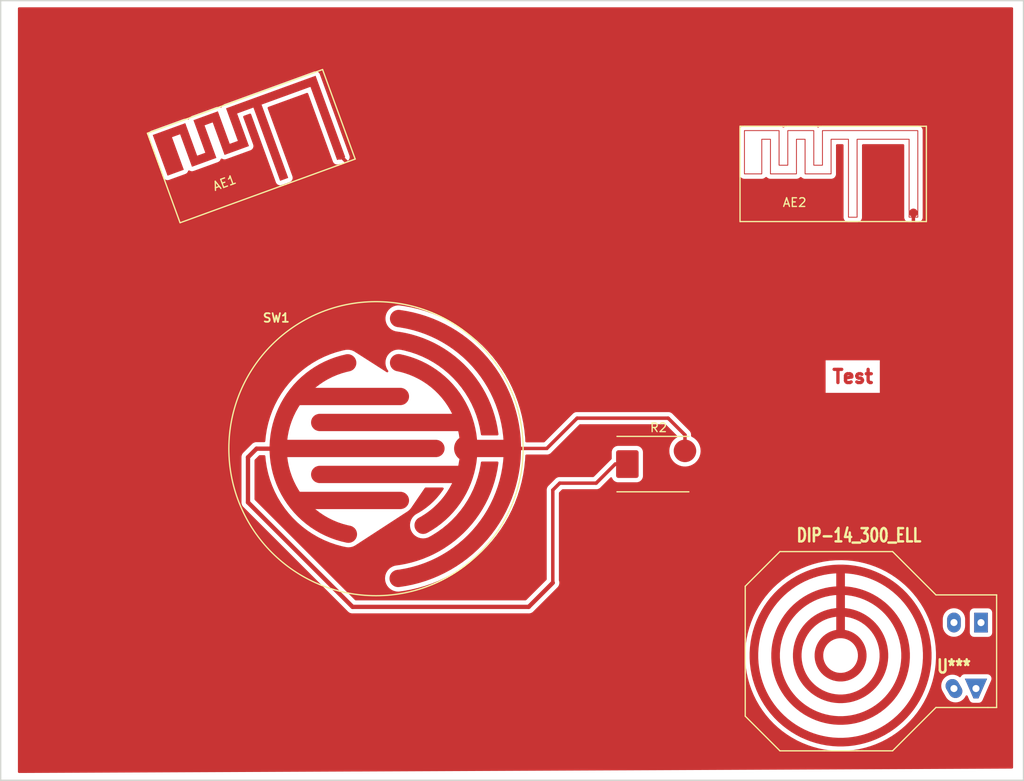
<source format=kicad_pcb>
(kicad_pcb (version 20210925) (generator pcbnew)
  (layers (0 "F.Cu" signal) (31 "B.Cu" signal) (34 "B.Paste" user) (35 "F.Paste" user) (36 "B.SilkS" user "B.Silkscreen") (37 "F.SilkS" user "F.Silkscreen") (38 "B.Mask" user) (39 "F.Mask" user) (44 "Edge.Cuts" user))
  (net 0 "")
  (net 1 "/PAD2")
  (net 2 "/PAD1")
  (net 3 "GND")
  (footprint "Diodes_SMD:DO-214AB" (layer "F.Cu") (at 136.9 101.5)
    (fp_text reference "R2" (at 0 -4.2) (layer "F.SilkS"))
    (fp_text value "R")
    (fp_line (start -4.8 -3.2) (end 3.5 -3.2) (layer "F.SilkS") (width 0.15))
    (fp_line (start 3.5 3.2) (end -4.8 3.2) (layer "F.SilkS") (width 0.15))
    (pad "1" smd roundrect locked (at -3.6 0) (size 2.6 3.2) (layers "F.Cu" "F.Paste" "F.Mask") (roundrect_rratio 0.1) (net 2 "/PAD1"))
    (pad "2" smd circle locked (at 3.048 -1.524) (size 2.6 2.6) (layers "F.Cu" "F.Paste" "F.Mask") (net 1 "/PAD2"))
  )
  (footprint "Connect:1pin" (layer "F.Cu") (at 166.3 72.5)
    (fp_text reference "AE2" (at -13.7 -1.2) (layer "F.SilkS"))
    (fp_text value "Antenna")
    (fp_line (start 1.5 -10) (end 1.5 1) (layer "F.SilkS") (width 0.15))
    (fp_line (start -20 -10) (end 1.5 -10) (layer "F.SilkS") (width 0.15))
    (fp_line (start 1.5 1) (end -20 1) (layer "F.SilkS") (width 0.15))
    (fp_line (start -20 1) (end -20 -10) (layer "F.SilkS") (width 0.15))
    (pad "1" smd custom locked (at 0 0) (size 1 1) (layers "F.Cu" "F.Paste" "F.Mask") (net 3 "GND") (options (clearance outline) (anchor circle)) (primitives (gr_line (start -0.4928 -8.5) (end -0.4928 0.5) (width 0.1)) (gr_line (start -6.4928 -8.5) (end -0.4928 -8.5) (width 0.1)) (gr_line (start -6.4928 0.5) (end -6.4928 -8.5) (width 0.1)) (gr_line (start -7.4928 0.5) (end -6.4928 0.5) (width 0.1)) (gr_line (start -7.4928 -8.5) (end -7.4928 0.5) (width 0.1)) (gr_line (start -9.4928 -8.5) (end -7.4928 -8.5) (width 0.1)) (gr_line (start -9.4928 -4.5) (end -9.4928 -8.5) (width 0.1)) (gr_line (start -12.4928 -4.5) (end -9.4928 -4.5) (width 0.1)) (gr_line (start -12.4928 -8.5) (end -12.4928 -4.5) (width 0.1)) (gr_line (start -13.4928 -8.5) (end -12.4928 -8.5) (width 0.1)) (gr_line (start -13.4928 -4.5) (end -13.4928 -8.5) (width 0.1)) (gr_line (start -16.4928 -4.5) (end -13.4928 -4.5) (width 0.1)) (gr_line (start -16.4928 -8.5) (end -16.4928 -4.5) (width 0.1)) (gr_line (start -17.4928 -8.5) (end -16.4928 -8.5) (width 0.1)) (gr_line (start -17.4928 -4.5) (end -17.4928 -8.5) (width 0.1)) (gr_line (start -19.4928 -4.5) (end -17.4928 -4.5) (width 0.1)) (gr_line (start -19.4928 -9.5) (end -19.4928 -4.5) (width 0.1)) (gr_line (start -15.4928 -9.5) (end -19.4928 -9.5) (width 0.1)) (gr_line (start -15.4928 -5.5) (end -15.4928 -9.5) (width 0.1)) (gr_line (start -14.4928 -5.5) (end -15.4928 -5.5) (width 0.1)) (gr_line (start -14.4928 -9.5) (end -14.4928 -5.5) (width 0.1)) (gr_line (start -11.4928 -9.5) (end -14.4928 -9.5) (width 0.1)) (gr_line (start -11.4928 -5.5) (end -11.4928 -9.5) (width 0.1)) (gr_line (start -10.4928 -5.5) (end -11.4928 -5.5) (width 0.1)) (gr_line (start -10.4928 -9.5) (end -10.4928 -5.5) (width 0.1)) (gr_line (start 0.5072 -9.5) (end -10.4928 -9.5) (width 0.1)) (gr_line (start 0.5072 0.5) (end 0.5072 -9.5) (width 0.1)) (gr_line (start -0.4928 0.5) (end 0.5072 0.5) (width 0.1))))
  )
  (footprint "Connect:1pin" (layer "F.Cu") (at 100.15 65.86 20)
    (fp_text reference "AE1" (at -13.619 -1.567 20) (layer "F.SilkS"))
    (fp_text value "Antenna")
    (fp_line (start 1.5 1) (end -20 1) (layer "F.SilkS") (width 0.15))
    (fp_line (start -20 1) (end -20 -10) (layer "F.SilkS") (width 0.15))
    (fp_line (start 1.5 -10) (end 1.5 1) (layer "F.SilkS") (width 0.15))
    (fp_line (start -20 -10) (end 1.5 -10) (layer "F.SilkS") (width 0.15))
    (pad "1" connect custom locked (at 0 0 20) (size 1 1) (layers "F.Cu" "F.Mask") (net 3 "GND") (options (clearance outline) (anchor circle)) (primitives (gr_poly (pts (xy -15.5 -5.6) (xy -14.5 -5.6) (xy -14.5 -9.6) (xy -11.5 -9.6) (xy -11.5 -5.6) (xy -10.5 -5.6) (xy -10.5 -9.6) (xy 0.5 -9.6) (xy 0.5 0.4) (xy -0.5 0.4) (xy -0.5 -8.6) (xy -6.5 -8.6) (xy -6.5 0.4) (xy -7.5 0.4) (xy -7.5 -8.6) (xy -9.5 -8.6) (xy -9.5 -4.6) (xy -12.5 -4.6) (xy -12.5 -8.6) (xy -13.5 -8.6) (xy -13.5 -4.6) (xy -16.5 -4.6) (xy -16.5 -8.6) (xy -17.5 -8.6) (xy -17.5 -4.6) (xy -19.5 -4.6) (xy -19.5 -9.6) (xy -15.5 -9.6)) (width 0) (fill yes))))
  )
  (footprint "Dip_sockets:DIP-14__300_ELL" (layer "F.Cu") (at 165.9 123.6 180)
    (fp_text reference "U***" (at -5.08 -1.27 180) (layer "F.SilkS") (effects (font (size 1.524 1.143) (thickness 0.3048))))
    (fp_text value "DIP-14_300_ELL" (at 5.88 13.872 180) (layer "F.SilkS") (effects (font (size 1.524 1.143) (thickness 0.3048))))
    (fp_line (start 19 -7) (end 19 8) (layer "F.SilkS") (width 0.15))
    (fp_line (start -3 -6) (end 2 -11) (layer "F.SilkS") (width 0.15))
    (fp_line (start -10 -6) (end -9 -6) (layer "F.SilkS") (width 0.15))
    (fp_line (start 2 12) (end -3 7) (layer "F.SilkS") (width 0.15))
    (fp_line (start -3 7) (end -10 7) (layer "F.SilkS") (width 0.15))
    (fp_line (start 19 8) (end 15 12) (layer "F.SilkS") (width 0.15))
    (fp_line (start -10 7) (end -10 -6) (layer "F.SilkS") (width 0.15))
    (fp_line (start 2 -11) (end 15 -11) (layer "F.SilkS") (width 0.15))
    (fp_line (start 15 -11) (end 19 -7) (layer "F.SilkS") (width 0.15))
    (fp_line (start -9 -6) (end -3 -6) (layer "F.SilkS") (width 0.15))
    (fp_line (start 15 12) (end 2 12) (layer "F.SilkS") (width 0.15))
    (pad "1" thru_hole rect locked (at -8.2 3.8 180) (size 1.5748 2.286) (drill 0.8128) (layers *.Cu *.Mask))
    (pad "2" thru_hole oval locked (at -5.08 3.81 180) (size 1.5748 2.286) (drill 0.8128) (layers *.Cu *.Mask))
    (pad "3" thru_hole trapezoid locked (at -7.62 -3.81 180) (size 1.5748 2.286) (rect_delta 0 1) (drill 0.8128) (layers *.Cu *.Mask))
    (pad "4" thru_hole oval locked (at -5.08 -3.81 210) (size 1.5748 2.286) (drill 0.8128) (layers *.Cu *.Mask))
    (pad "5" connect custom locked (at 8 10 180) (size 1 1) (layers "F.Cu" "F.Mask") (options (clearance convexhull) (anchor circle)) (primitives (gr_circle (center 0 -10) (end 2.5 -10) (width 1)) (gr_circle (center 0 -10) (end 5 -10) (width 1)) (gr_circle (center 0 -10) (end 7.5 -10) (width 1)) (gr_circle (center 0 -10) (end 10 -10) (width 1)) (gr_line (start 0 0) (end 0 -7.5) (width 1))))
  )
  (footprint "Discret:C2" (layer "F.Cu") (at 104.299 99.72)
    (fp_text reference "SW1" (at -11.5 -15.1) (layer "F.SilkS") (effects (font (thickness 0.2))))
    (fp_text value "R" hide)
    (fp_circle (center 0 0) (end 12.065 -11.938) (layer "F.SilkS") (width 0.15) (fill none))
    (pad "1" connect custom locked (at -11.081 -0.025 90) (size 1.397 1.397) (layers "F.Cu" "F.Mask") (net 2 "/PAD1") (options (clearance convexhull) (anchor rect)) (primitives (gr_line (start 6 1.9) (end 6 13.9) (width 2)) (gr_line (start -6 1.9) (end -6 13.9) (width 2)) (gr_line (start 0 -0.1) (end 0 18) (width 2)) (gr_arc (start 0 9.9) (end -9.9 7.9) (angle 156.7) (width 2))))
    (pad "2" connect custom locked (at 10.509 -0.025 270) (size 3 3) (layers "F.Cu" "F.Mask") (net 1 "/PAD2") (options (clearance outline) (anchor circle)) (primitives (gr_line (start 3 0.5) (end 3 17) (width 2)) (gr_line (start -3 0.5) (end -3 17) (width 2)) (gr_arc (start 0 9.9) (end -9.9 7.9) (angle 140) (width 2)) (gr_arc (start 0 9.9) (end -15 7.9) (angle 165) (width 2)) (gr_line (start 0 0) (end 0 -5) (width 2))))
  )
  (gr_line (start 179 48) (end 179 138) (angle 90) (layer "Edge.Cuts") (width 0.15))
  (gr_line (start 179 138) (end 61 138) (angle 90) (layer "Edge.Cuts") (width 0.15))
  (gr_line (start 61 48) (end 179 48) (angle 90) (layer "Edge.Cuts") (width 0.15))
  (gr_line (start 61 138) (end 61 48) (angle 90) (layer "Edge.Cuts") (width 0.15))
  (gr_text "Test" (at 159.3 91.4) (layer "F.Cu") (effects (font (size 1.524 1.524) (thickness 0.381))))
  (segment (start 139.948 98.137523) (end 138.010477 96.2) (width 0.4) (layer "F.Cu") (net 1))
  (segment (start 114.808 99.695) (end 124.005 99.695) (width 0.4) (layer "F.Cu") (net 1))
  (segment (start 138.010477 96.2) (end 127.5 96.2) (width 0.4) (layer "F.Cu") (net 1))
  (segment (start 139.948 99.976) (end 139.948 98.137523) (width 0.4) (layer "F.Cu") (net 1))
  (segment (start 124.005 99.695) (end 127.5 96.2) (width 0.4) (layer "F.Cu") (net 1))
  (segment (start 101.6 117.983) (end 89.535 105.918) (width 0.5) (layer "F.Cu") (net 2))
  (segment (start 129.7 103.7) (end 125.5 103.7) (width 0.4) (layer "F.Cu") (net 2))
  (segment (start 125.5 103.7) (end 124.7 104.5) (width 0.4) (layer "F.Cu") (net 2))
  (segment (start 90.526 99.72) (end 93.799 99.72) (width 0.5) (layer "F.Cu") (net 2))
  (segment (start 121.917 117.983) (end 101.6 117.983) (width 0.5) (layer "F.Cu") (net 2))
  (segment (start 89.535 105.918) (end 89.535 100.711) (width 0.5) (layer "F.Cu") (net 2))
  (segment (start 131.9 101.5) (end 129.7 103.7) (width 0.4) (layer "F.Cu") (net 2))
  (segment (start 89.535 100.711) (end 90.526 99.72) (width 0.5) (layer "F.Cu") (net 2))
  (segment (start 133.3 101.5) (end 131.9 101.5) (width 0.4) (layer "F.Cu") (net 2))
  (segment (start 124.7 104.5) (end 124.7 115.2) (width 0.4) (layer "F.Cu") (net 2))
  (segment (start 124.7 115.2) (end 121.917 117.983) (width 0.5) (layer "F.Cu") (net 2))
  (segment (start 166.3 72.5) (end 166.3 75.5) (width 0.4) (layer "F.Cu") (net 3))
  (segment (start 100.15 65.86) (end 102.5 68.21) (width 0.4) (layer "F.Cu") (net 3))
  (segment (start 102.5 68.21) (end 102.5 69.2) (width 0.4) (layer "F.Cu") (net 3))
  (zone (net 3) (net_name "GND") (layer "F.Cu") (connect_pads (clearance 0.5)) (min_thickness 0.254) (fill yes (thermal_gap 0.508) (thermal_bridge_width 0.508))
    (polygon (pts (xy 62.992 48.768) (xy 177.8 48.768) (xy 177.8 136.652) (xy 62.992 137.16)))
  )
)
</source>
